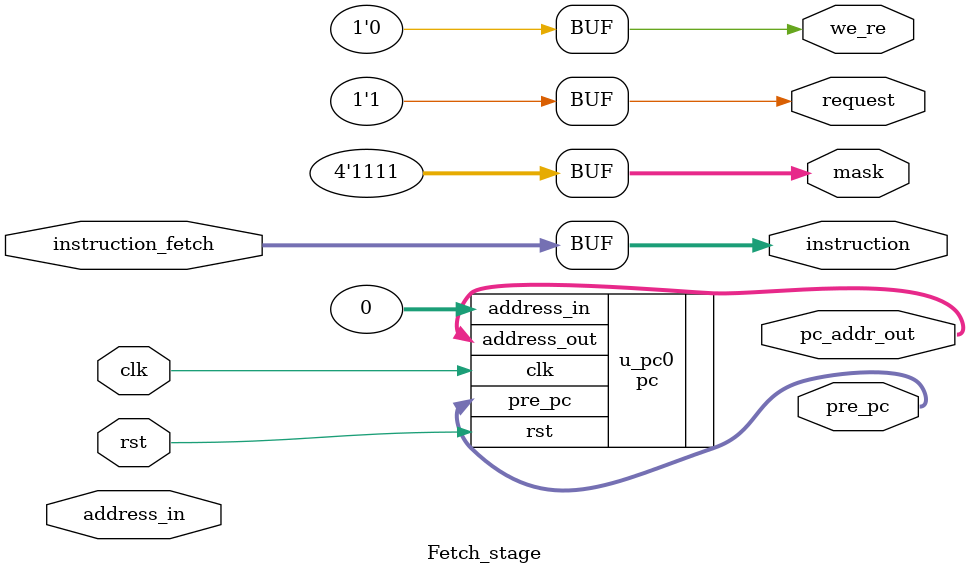
<source format=sv>


module Fetch_stage
#
(
parameter INSTRUCTION =32,
parameter ADDRESS=32
)
(
   input  clk,
   input  rst,
/* verilator lint_off UNUSED */
   input  [ADDRESS-1:0] address_in,
   input  [INSTRUCTION-1:0] instruction_fetch,

   output logic request,
   output logic we_re,
   output logic [3:0]mask,
   output logic [INSTRUCTION-1:0] instruction,
   output logic [ADDRESS-1:0] pre_pc,
   output logic [ADDRESS-1:0] pc_addr_out
   );
        // PROGRAM COUNTER
pc u_pc0 
(
    .clk(clk),
    .rst(rst),
/* verilator lint_off UNUSED */
    .address_in(0),
    .pre_pc(pre_pc),
    .address_out(pc_addr_out)
);



    always_comb begin
        instruction = instruction_fetch ;
        mask = 4'b1111;
        request = 1;
        we_re   = 0;
    end

endmodule

</source>
